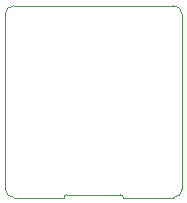
<source format=gbr>
%TF.GenerationSoftware,KiCad,Pcbnew,7.0.9-7.0.9~ubuntu22.04.1*%
%TF.CreationDate,2023-12-30T14:54:31+00:00*%
%TF.ProjectId,COM_MOD,434f4d5f-4d4f-4442-9e6b-696361645f70,1.0*%
%TF.SameCoordinates,Original*%
%TF.FileFunction,Profile,NP*%
%FSLAX46Y46*%
G04 Gerber Fmt 4.6, Leading zero omitted, Abs format (unit mm)*
G04 Created by KiCad (PCBNEW 7.0.9-7.0.9~ubuntu22.04.1) date 2023-12-30 14:54:31*
%MOMM*%
%LPD*%
G01*
G04 APERTURE LIST*
%TA.AperFunction,Profile*%
%ADD10C,0.100000*%
%TD*%
G04 APERTURE END LIST*
D10*
X22500001Y-24500000D02*
X22500001Y-39250000D01*
X37500001Y-24499999D02*
G75*
G03*
X36750001Y-23749999I-750001J-1D01*
G01*
X32500000Y-40000000D02*
G75*
G03*
X32250000Y-39750000I-250000J0D01*
G01*
X23250000Y-40000000D02*
X27500000Y-40000000D01*
X32500000Y-40000000D02*
X32500000Y-40000000D01*
X27500000Y-40000000D02*
X27500000Y-40000000D01*
X32500000Y-40000000D02*
X36750000Y-40000000D01*
X36750001Y-23749999D02*
X23250001Y-23750000D01*
X23250001Y-23750001D02*
G75*
G03*
X22500001Y-24500000I-1J-749999D01*
G01*
X36750000Y-40000000D02*
G75*
G03*
X37500000Y-39250000I0J750000D01*
G01*
X27750000Y-39750000D02*
X32250000Y-39750000D01*
X22500000Y-39250000D02*
G75*
G03*
X23250000Y-40000000I750000J0D01*
G01*
X37500001Y-24499999D02*
X37500000Y-39250000D01*
X27750000Y-39750000D02*
G75*
G03*
X27500000Y-40000000I0J-250000D01*
G01*
M02*

</source>
